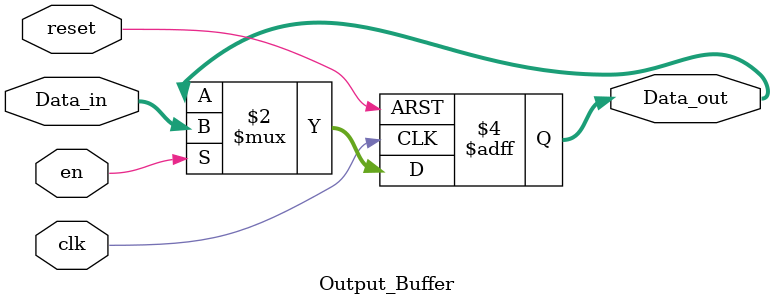
<source format=v>
module Output_Buffer(
	input				reset,
	input				clk,
	input				en,
	input		[7:0]	Data_in,
	output	reg	[7:0]	Data_out);
//====================================================================
	always@(posedge clk or posedge reset)begin
		if(reset)begin
			Data_out<=8'd0;
		end else if(en)begin
			Data_out<=Data_in;
		end
	end
endmodule
</source>
